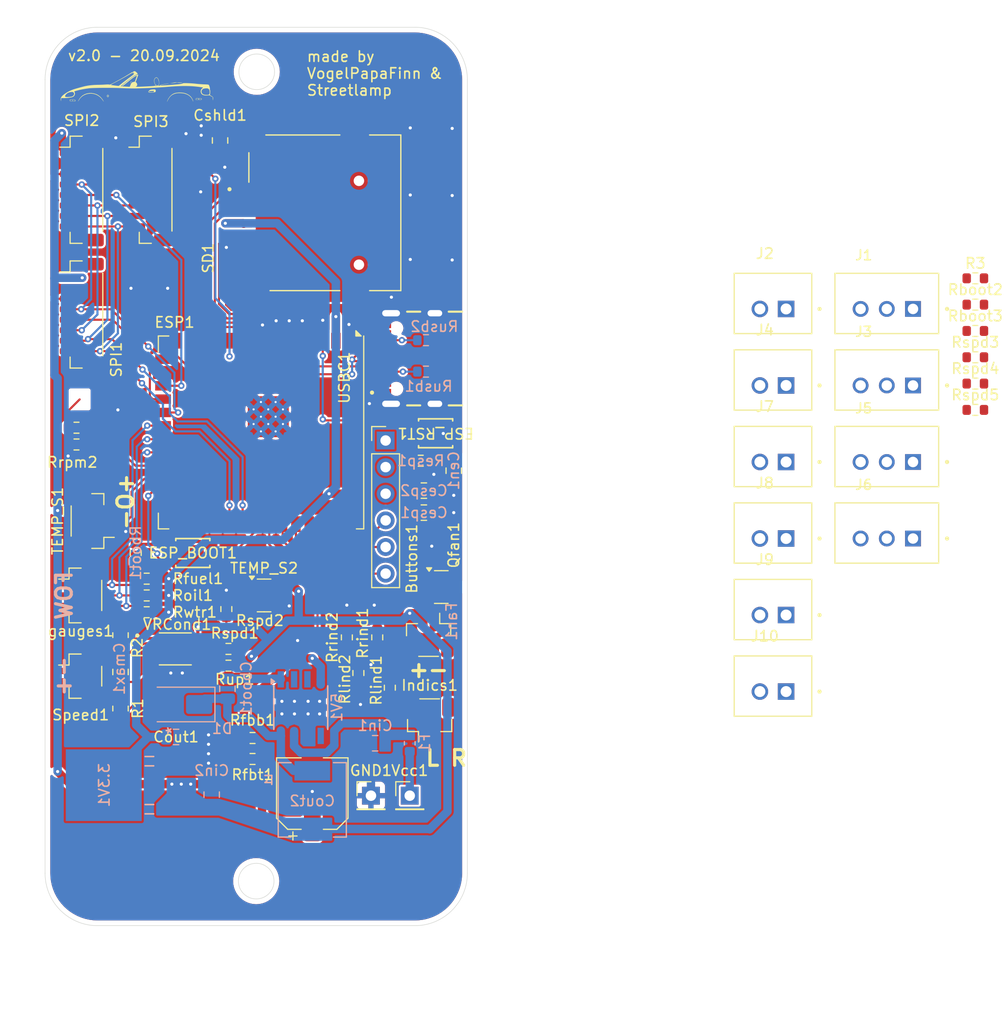
<source format=kicad_pcb>
(kicad_pcb (version 20240108) (generator "pcbnew") (generator_version "8.0")
  (layers (0 "F.Cu" signal) (1 "In1.Cu" signal) (2 "In2.Cu" signal) (31 "B.Cu" signal) (34 "B.Paste" user) (35 "F.Paste" user) (36 "B.SilkS" user "B.Silkscreen") (37 "F.SilkS" user "F.Silkscreen") (38 "B.Mask" user) (39 "F.Mask" user) (44 "Edge.Cuts" user))
  (net 0 "")
  (net 1 "Net-(5V1-PH)")
  (net 2 "GND")
  (net 3 "Net-(5V1-BOOT)")
  (net 4 "Net-(5V1-VSENSE)")
  (net 8 "+3.3V")
  (net 9 "Net-(VRCond1-IN-)")
  (net 10 "Net-(VRCond1-IN+)")
  (net 11 "Net-(Cshld1-Pad2)")
  (net 12 "Net-(VRCond1-COUT)")
  (net 13 "Fuel")
  (net 15 "VCC")
  (net 16 "+5V")
  (net 17 "Net-(5V1-VIN)")
  (net 18 "/enable")
  (net 19 "/cs2")
  (net 20 "Oil")
  (net 21 "WTemp")
  (net 22 "/temp_sense")
  (net 23 "/usb_d_neg")
  (net 24 "/l_indicator")
  (net 25 "/din")
  (net 26 "Net-(Speed1-Pin_2)")
  (net 27 "Net-(Speed1-Pin_1)")
  (net 28 "/sd_data0")
  (net 29 "/sd_data2")
  (net 30 "/dc")
  (net 34 "Net-(Vcc1-Pin_1)")
  (net 35 "Button1")
  (net 36 "Button2")
  (net 38 "/boot_mode")
  (net 39 "Button3")
  (net 40 "/usb_d_pos")
  (net 41 "TEMP2")
  (net 42 "TEMP1")
  (net 43 "/RPM_sense")
  (net 45 "Net-(Indics1-Pin_1)")
  (net 46 "Net-(Indics1-Pin_2)")
  (net 47 "Net-(Fan1-Pin_1)")
  (net 48 "Net-(USBC1-CC1)")
  (net 49 "Net-(USBC1-CC2)")
  (net 54 "Net-(ESP1-IO0)")
  (net 55 "/water_temp_sense")
  (net 56 "/cs3")
  (net 57 "/button2_sense")
  (net 58 "/sd_cmd")
  (net 59 "/blk")
  (net 60 "Net-(ESP1-IO45)")
  (net 61 "/cs1")
  (net 62 "/fan_control")
  (net 63 "/button3_sense")
  (net 64 "/fuel_sense")
  (net 65 "/sd_data1")
  (net 67 "/sd_clk")
  (net 68 "/r_indicator")
  (net 69 "/sd_data3")
  (net 70 "/speed_sense")
  (net 71 "/oil_sense")
  (net 72 "/button1_sense")
  (net 73 "/clk")
  (net 74 "/rst")
  (net 75 "Net-(ESP1-IO46)")
  (net 76 "Net-(J4-Pad1)")
  (net 77 "Net-(J4-Pad2)")
  (net 78 "Net-(J6-Pad1)")
  (net 79 "Net-(J6-Pad3)")
  (net 80 "Net-(J6-Pad2)")
  (net 81 "Net-(Qfan1-D)")
  (footprint "Connector_JST:JST_SH_BM02B-SRSS-TB_1x02-1MP_P1.00mm_Vertical" (layer "F.Cu") (at 147.8 110.4 -90)
    (property "Reference" "Speed1")
    (property "Value" "Conn_01x02_Pin")
  )
  (footprint "Resistor_SMD:R_0603_1608Metric" (layer "F.Cu") (at 147.4 88.3)
    (property "Reference" "Rrpm2")
    (property "Value" "10k")
  )
  (footprint "Hybrid_Dash:JST_B3B-XH-A" (layer "F.Cu") (at 224.725 82.145)
    (property "Reference" "J3")
    (property "Value" "B3B-XH-A")
  )
  (footprint "Capacitor_SMD:C_0805_2012Metric" (layer "F.Cu") (at 183.4 90.8 90)
    (property "Reference" "Cen1")
    (property "Value" "1uF")
  )
  (footprint "Resistor_SMD:R_0603_1608Metric" (layer "F.Cu") (at 233.175 79.98)
    (property "Reference" "Rspd3")
    (property "Value" "10k")
  )
  (footprint "Resistor_SMD:R_0603_1608Metric" (layer "F.Cu") (at 180.25 89.85)
    (property "Reference" "Resp1")
    (property "Value" "5.1k")
  )
  (footprint "Connector_JST:JST_SH_BM03B-SRSS-TB_1x03-1MP_P1.00mm_Vertical" (layer "F.Cu") (at 148.9 95.6 90)
    (property "Reference" "TEMP_S1")
    (property "Value" "Conn_01x03_Pin")
  )
  (footprint "Resistor_SMD:R_0603_1608Metric" (layer "F.Cu") (at 161.7 104 90)
    (property "Reference" "Rspd2")
    (property "Value" "20k")
  )
  (footprint "Hybrid_Dash:JST_B2B-XH-A" (layer "F.Cu") (at 213.865 104.045)
    (property "Reference" "J9")
    (property "Value" "B2B-XH-A")
  )
  (footprint "Connector_PinHeader_2.54mm:PinHeader_1x01_P2.54mm_Vertical" (layer "F.Cu") (at 179.2 121.8)
    (property "Reference" "Vcc1")
    (property "Value" "Conn_01x01_Pin")
  )
  (footprint "Connector_JST:JST_SH_BM03B-SRSS-TB_1x03-1MP_P1.00mm_Vertical" (layer "F.Cu") (at 147.8 102.7 -90)
    (property "Reference" "gauges1")
    (property "Value" "Conn_01x03_Pin")
  )
  (footprint "Capacitor_SMD:C_0805_2012Metric" (layer "F.Cu") (at 161.1 59.3 -90)
    (property "Reference" "Cshld1")
    (property "Value" "50nF")
  )
  (footprint "Resistor_SMD:R_0603_1608Metric" (layer "F.Cu") (at 233.175 74.96)
    (property "Reference" "Rboot2")
    (property "Value" "10k")
  )
  (footprint "Hybrid_Dash:small_button" (layer "F.Cu") (at 158.5 98.65)
    (property "Reference" "ESP_BOOT1")
    (property "Value" "SW_SPST")
  )
  (footprint "Hybrid_Dash:JST_B3B-XH-A" (layer "F.Cu") (at 224.725 89.445)
    (property "Reference" "J5")
    (property "Value" "B3B-XH-A")
  )
  (footprint "Resistor_SMD:R_0603_1608Metric" (layer "F.Cu") (at 176.1 106.7 90)
    (property "Reference" "Rrind1")
    (property "Value" "40k")
  )
  (footprint "Capacitor_SMD:C_0805_2012Metric" (layer "F.Cu") (at 180.55 94.8)
    (property "Reference" "Cesp1")
    (property "Value" "0.1uF")
  )
  (footprint "RF_Module:ESP32-S3-WROOM-1U" (layer "F.Cu") (at 165.01 87.15 -90)
    (property "Reference" "ESP1")
    (property "Value" "ESP32-S3-WROOM-1U")
  )
  (footprint "Resistor_SMD:R_0603_1608Metric" (layer "F.Cu") (at 177.3 111.5 90)
    (property "Reference" "Rlind1")
    (property "Value" "40k")
  )
  (footprint "Resistor_SMD:R_0805_2012Metric" (layer "F.Cu") (at 151.6 106.4875 90)
    (property "Reference" "R2")
    (property "Value" "10k")
  )
  (footprint "Resistor_SMD:R_0603_1608Metric" (layer "F.Cu") (at 154.1 104.3 180)
    (property "Reference" "Rwtr1")
    (property "Value" "100")
  )
  (footprint "Capacitor_SMD:CP_Elec_6.3x5.9" (layer "F.Cu") (at 169.9 121.6 90)
    (property "Reference" "Cout2")
    (property "Value" "220uF")
  )
  (footprint "Package_TO_SOT_SMD:SOT-23" (layer "F.Cu") (at 182.2125 101.9)
    (property "Reference" "Qfan1")
    (property "Value" "2N7002-HXY")
  )
  (footprint "Connector_JST:JST_SH_BM02B-SRSS-TB_1x02-1MP_P1.00mm_Vertical" (layer "F.Cu") (at 181.1 114.575)
    (property "Reference" "Indics1")
    (property "Value" "Conn_01x02_Pin")
  )
  (footprint "Capacitor_SMD:C_0805_2012Metric" (layer "F.Cu") (at 151.6 110 90)
    (property "Reference" "Cmax1")
    (property "Value" "1nF")
  )
  (footprint "Hybrid_Dash:JST_B2B-XH-A" (layer "F.Cu") (at 213.865 89.445)
    (property "Reference" "J7")
    (property "Value" "B2B-XH-A")
  )
  (footprint "Resistor_SMD:R_0603_1608Metric" (layer "F.Cu") (at 161.9 109.4)
    (property "Reference" "Rup1")
    (property "Value" "10k")
  )
  (footprint "Package_TO_SOT_SMD:SOT-23" (layer "F.Cu") (at 165.3 102.7)
    (property "Reference" "TEMP_S2")
    (property "Value" "MCP9700Ax-ETT")
  )
  (footprint "Images:mx5" (layer "F.Cu") (at 153.2 53.6)
    (property "Reference" "G***" (hide yes))
    (property "Value" "LOGO" (hide yes))
  )
  (footprint "Resistor_SMD:R_0603_1608Metric" (layer "F.Cu") (at 154.1 102.7 180)
    (property "Reference" "Roil1")
    (property "Value" "100")
  )
  (footprint "Hybrid_Dash:JST_B3B-XH-A" (layer "F.Cu") (at 224.725 74.845)
    (property "Reference" "J1")
    (property "Value" "B3B-XH-A")
  )
  (footprint "Resistor_SMD:R_0603_1608Metric" (layer "F.Cu") (at 154.1 101.1 180)
    (property "Reference" "Rfuel1")
    (property "Value" "100")
  )
  (footprint "Hybrid_Dash:GCT_USB4105-GF-A" (layer "F.Cu") (at 181.6 80.1 90)
    (property "Reference" "USBC1")
    (property "Value" "USB4105-GF-A")
  )
  (footprint "Hybrid_Dash:JST_B2B-XH-A" (layer "F.Cu") (at 213.865 111.345)
    (property "Reference" "J10")
    (property "Value" "B2B-XH-A")
  )
  (footprint "Hybrid_Dash:JST_B3B-XH-A" (layer "F.Cu") (at 224.725 96.745)
    (property "Reference" "J6")
    (property "Value" "B3B-XH-A")
  )
  (footprint "Connector_PinHeader_2.54mm:PinHeader_1x06_P2.54mm_Vertical" (layer "F.Cu") (at 176.9 87.92)
    (property "Reference" "Buttons1")
    (property "Value" "Conn_01x06_Pin")
  )
  (footprint "Resistor_SMD:R_0603_1608Metric" (layer "F.Cu") (at 161.9 107.8)
    (property "Reference" "Rspd1")
    (property "Value" "10k")
  )
  (footprint "Connector_JST:JST_SH_BM08B-SRSS-TB_1x08-1MP_P1.00mm_Vertical" (layer "F.Cu") (at 147.9 64 -90)
    (property "Reference" "SPI2")
    (property "Value" "Conn_01x08")
  )
  (footprint "Resistor_SMD:R_0805_2012Metric" (layer "F.Cu") (at 151.6 113.4875 -90)
    (property "Reference" "R1")
    (property "Value" "10k")
  )
  (footprint "Resistor_SMD:R_0603_1608Metric" (layer "F.Cu") (at 233.175 85)
    (property "Reference" "Rspd5")
    (property "Value" "10k")
  )
  (footprint "Capacitor_SMD:C_0805_2012Metric" (layer "F.Cu") (at 180.55 92.7)
    (property "Reference" "Cesp2")
    (property "Value" "22uF")
  )
  (footprint "Hybrid_Dash:small_button" (layer "F.Cu") (at 181.6709 87.2304 180)
    (property "Reference" "ESP_RST1")
    (property "Value" "SW_SPST")
  )
  (footprint "Resistor_SMD:R_0603_1608Metric" (layer "F.Cu") (at 174.3 110.1 90)
    (property "Reference" "Rlind2")
    (property "Value" "10k")
  )
  (footprint "Resistor_SMD:R_0603_1608Metric" (layer "F.Cu") (at 153.05 98.65 -90)
    (property "Reference" "Rboot1")
    (property "Value" "10k")
  )
  (footprint "Hybrid_Dash:JST_B2B-XH-A" (layer "F.Cu") (at 213.865 82.145)
    (property "Reference" "J4")
    (property "Value" "B2B-XH-A")
  )
  (footprint "Resistor_SMD:R_0603_1608Metric" (layer "F.Cu") (at 233.175 77.47)
    (property "Reference" "Rboot3")
    (property "Value" "10k")
  )
  (footprint "Connector_JST:JST_SH_BM08B-SRSS-TB_1x08-1MP_P1.00mm_Vertical" (layer "F.Cu") (at 147.9 75.9 -90)
    (property "Reference" "SPI1")
    (property "Value" "Conn_01x08")
  )
  (footprint "Hybrid_Dash:CUI_MSD-1-A" (layer "F.Cu") (at 171.1 66.2 90)
    (property "Reference" "SD1")
    (property "Value" "MSD-1-A")
  )
  (footprint "Resistor_SMD:R_0603_1608Metric" (layer "F.Cu") (at 164.2 118.3)
    (property "Reference" "Rfbt1")
    (property "Value" "10k")
  )
  (footprint "Hybrid_Dash:JST_B2B-XH-A" (layer "F.Cu") (at 213.865 96.745)
    (property "Reference" "J8")
    (property "Value" "B2B-XH-A")
  )
  (footprint "Connector_PinHeader_2.54mm:PinHeader_1x01_P2.54mm_Vertical" (layer "F.Cu") (at 175.5 121.8)
    (property "Reference" "GND1")
    (property "Value" "Conn_01x01_Pin")
  )
  (footprint "Hybrid_Dash:SOP50P490X110-10N" (layer "F.Cu") (at 156.83 107.8)
    (property "Reference" "VRCond1")
    (property "Value" "MAX9924UAUB_T")
  )
  (footprint "Connector_JST:JST_SH_BM02B-SRSS-TB_1x02-1MP_P1.00mm_Vertical" (layer "F.Cu") (at 181 106.5 180)
    (property "Reference" "Fan1")
    (property "Value" "Conn_01x02_Pin")
  )
  (footprint "Resistor_SMD:R_0603_1608Metric" (layer "F.Cu") (at 164.2 116.3)
    (property "Reference" "Rfbb1")
    (property "Value" "3.24k")
  )
  (footprint "Hybrid_Dash:JST_B2B-XH-A" (layer "F.Cu") (at 213.865 74.845)
    (property "Reference" "J2")
    (property "Value" "B2B-XH-A")
  )
  (footprint "Resistor_SMD:R_0603_1608Metric" (layer "F.Cu") (at 173.2 106.7 90)
    (property "Reference" "Rrind2")
    (property "Value" "10k")
  )
  (footprint "Connector_JST:JST_SH_BM08B-SRSS-TB_1x08-1MP_P1.00mm_Vertical" (layer "F.Cu") (at 154.5 64 -90)
    (property "Reference" "SPI3")
    (property "Value" "Conn_01x08")
  )
  (footprint "Resistor_SMD:R_0603_1608Metric" (layer "F.Cu") (at 233.175 72.45)
    (property "Reference" "R3")
    (property "Value" "4.7k")
  )
  (footprint "Resistor_SMD:R_0603_1608Metric" (layer "F.Cu") (at 233.175 82.49)
    (property "Reference" "Rspd4")
    (property "Value" "10k")
  )
  (footprint "Resistor_SMD:R_0603_1608Metric" (layer "F.Cu") (at 147.4 86.7 180)
    (property "Reference" "Rrpm1" (hide yes))
    (property "Value" "40k")
  )
  (footprint "Capacitor_SMD:C_0805_2012Metric" (layer "B.Cu") (at 156.9 116.2 180)
    (property "Reference" "Cout1")
    (property "Value" "10uF")
  )
  (footprint "Hybrid_Dash:DPAK-3_ONS-M" (layer "B.Cu") (at 150.0508 120.8 -90)
    (property "Reference" "3.3V1")
    (property "Value" "NCV33269DTRK3.3G")
  )
  (footprint "Capacitor_SMD:C_0805_2012Metric" (layer "B.Cu") (at 161.8 111.6 90)
    (property "Reference" "Cboot1")
    (property "Value" "10nF")
  )
  (footprint "Capacitor_SMD:C_0805_2012Metric" (layer "B.Cu") (at 175.9 116.8 180)
    (property "Reference" "Cin1")
    (property "Value" "22uF")
  )
  (footprint "Diode_SMD:D_SMA" (layer "B.Cu") (at 157.1 113.1 180)
    (property "Reference" "D1")
    (property "Value" "B340A")
  )
  (footprint "Capacitor_SMD:C_0805_2012Metric" (layer "B.Cu") (at 160.3 121.7 90)
    (property "Reference" "Cin2")
    (property "Value" "22uF")
  )
  (footprint "Fuse:Fuse_0603_1608Metric" (layer "B.Cu") (at 179.2 116.8 90)
    (property "Reference" "F1")
    (property "Value" "1.5A")
  )
  (footprint "Resistor_SMD:R_0603_1608Metric" (layer "B.Cu") (at 180.75 81.35)
    (property "Reference" "Rusb1")
    (property "Value" "5.1k")
  )
  (footprint "Hybrid_Dash:IND_SPM6530T-150M-HZ" (layer "B.Cu") (at 169.9 122.2 -90)
    (property "Reference" "L1")
    (property "Value" "SPM6530T 15uH")
  )
  (footprint "Resistor_SMD:R_0603_1608Metric" (layer "B.Cu") (at 180.75 78.35)
    (property "Reference" "Rusb2")
    (property "Value" "5.1k")
  )
  (footprint "Package_SO:TI_SO-PowerPAD-8_ThermalVias" (layer "B.Cu") (at 168.8 113.4 -90)
    (property "Reference" "5V1")
    (property "Value" "TPS5430DDA")
  )
  (gr_poly (pts (xy 177.4 103.3) (xy 178.3 102.6) (xy 182 102.6) (xy 182 103.1) (xy 178.8 103.1) (xy 177.6 104)) (stroke (width 0.2)) (fill solid) (layer "F.Cu") (net 2))
  (gr_poly (pts (xy 165.9 57.9) (xy 175.1 57.9) (xy 175.1 74.6) (xy 164.6 74.6) (xy 164.6 57.9)) (stroke (width 0.2)) (fill solid) (layer "F.Cu") (net 11))
  (gr_poly (pts (xy 180.15 91.95) (xy 180.15 95.55) (xy 179.05 95.55) (xy 179.05 93.95) (xy 177.45 93.95) (xy 177.45 91.95)) (stroke (width 0.2)) (fill solid) (layer "F.Cu") (net 8))
  (gr_poly (pts (xy 163.15 73.4) (xy 164.9 73.4) (xy 164.9 74.6) (xy 163.15 74.6)) (stroke (width 0.2)) (fill solid) (layer "F.Cu") (net 11))
  (gr_poly (pts (xy 160.4 59.7) (xy 163.6 59.7) (xy 163.6 58.5) (xy 164.5 58.5) (xy 164.5 60.8) (xy 160.4 60.8)) (stroke (width 0.2)) (fill solid) (layer "F.Cu") (net 11))
  (gr_poly (pts (xy 175.95 86.95) (xy 177.85 86.95) (xy 177.85 93.95) (xy 175.95 93.95)) (stroke (width 0.2)) (fill solid) (layer "F.Cu") (net 8))
  (gr_poly (pts (xy 164.6 113.5) (xy 164.6 116.8) (xy 165.5 116.8) (xy 165.5 114.6) (xy 166.6 114.6) (xy 166.6 113.5)) (stroke (width 0.2)) (fill solid) (layer "F.Cu") (net 2))
  (gr_poly (pts (xy 172.85 103.3) (xy 177.6 103.3) (xy 177.6 104) (xy 172.85 104)) (stroke (width 0.2)) (fill solid) (layer "F.Cu") (net 2))
  (gr_poly (pts (xy 159 57.6) (xy 159 59.1) (xy 161.8 59.1) (xy 161.8 57.6)) (stroke (width 0.2)) (fill solid) (layer "F.Cu") (net 2))
  (gr_poly (pts (xy 155.9 106.7) (xy 155.9 110.5) (xy 157.9 110.5) (xy 157.9 106.7)) (stroke (width 0.2)) (fill solid) (layer "F.Cu") (net 2))
  (gr_poly (pts (xy 169.1 116.9) (xy 169.7 116.9) (xy 169.7 114.9) (xy 171.1 114.9) (xy 171.1 111.9) (xy 166.5 111.9) (xy 166.5 114.9) (xy 169.1 114.9)) (stroke (width 0.2)) (fill solid) (layer "B.Cu") (net 2))
  (gr_poly (pts (xy 155.1 122.6) (xy 156.1 121.6) (xy 158.7 121.6) (xy 159.7 122.2) (xy 161 122.2) (xy 167.4 124) (xy 171.7 124) (xy 171.7 126) (xy 168.1 126) (xy 161 123.6) (xy 159.7 123.6) (xy 157.9 123.6) (xy 155.1 123.6)) (stroke (width 0.2)) (fill solid) (layer "B.Cu") (net 16))
  (gr_poly (pts (xy 176.4 117.5) (xy 176.4 115.6) (xy 178.8 115.6) (xy 179.6 115.6) (xy 179.6 116.4) (xy 177.3 116.4) (xy 177.3 117.5)) (stroke (width 0.2)) (fill solid) (layer "B.Cu") (net 17))
  (gr_poly (pts (xy 156.1 121.6) (xy 156.1 120.2) (xy 158.7 120.2) (xy 158.7 121.6)) (stroke (width 0.2)) (fill solid) (layer "B.Cu") (net 16))
  (gr_line (start 179.7 134.2) (end 149.4 134.2) (stroke (width 0.05)) (layer "Edge.Cuts"))
  (gr_circle (center 164.55 129.95) (end 166.25 129.95) (stroke (width 0.05)) (fill none) (layer "Edge.Cuts"))
  (gr_line (start 184.7 53.5) (end 184.7 129.2) (stroke (width 0.05)) (layer "Edge.Cuts"))
  (gr_arc (start 184.7 129.2) (mid 183.235534 132.735534) (end 179.7 134.2) (stroke (width 0.05)) (layer "Edge.Cuts"))
  (gr_line (start 144.4 129.2) (end 144.4 53.5) (stroke (width 0.05)) (layer "Edge.Cuts"))
  (gr_arc (start 149.4 134.2) (mid 145.864466 132.735534) (end 144.4 129.2) (stroke (width 0.05)) (layer "Edge.Cuts"))
  (gr_line (start 149.4 48.5) (end 179.7 48.5) (stroke (width 0.05)) (layer "Edge.Cuts"))
  (gr_arc (start 179.7 48.5) (mid 183.235534 49.964466) (end 184.7 53.5) (stroke (width 0.05)) (layer "Edge.Cuts"))
  (gr_arc (start 144.4 53.5) (mid 145.864466 49.964466) (end 149.4 48.5) (stroke (width 0.05)) (layer "Edge.Cuts"))
  (gr_circle (center 164.6 52.75) (end 166.3 52.75) (stroke (width 0.05)) (fill none) (layer "Edge.Cuts"))
  (gr_text "FOW" (at 147.1 102.7 90) (layer "B.SilkS") (effects (font (size 1.5 1.5) (thickness 0.3) (bold yes)) (justify bottom mirror)))
  (gr_text "-+" (at 147 110.4 90) (layer "B.SilkS") (effects (font (size 1.5 1.5) (thickness 0.3) (bold yes)) (justify bottom mirror)))
  (gr_text "made by\nVogelPapaFinn & \nStreetlamp" (at 169.3 55.1 0) (layer "F.SilkS") (effects (font (size 1 1)) (justify left bottom)))
  (gr_text "-+" (at 181 109.1 180) (layer "F.SilkS") (effects (font (size 1.5 1.5) (thickness 0.3) (bold yes)) (justify bottom)))
  (gr_text "-O+" (at 152.95 93.75 90) (layer "F.SilkS") (effects (font (size 1.5 1.5) (thickness 0.3) (bold yes)) (justify bottom)))
  (gr_text "v2.0 - 20.09.2024" (at 146.5 51.8 0) (layer "F.SilkS") (effects (font (size 1 1)) (justify left bottom)))
  (gr_text "L R" (at 182.7 119.1 0) (layer "F.SilkS") (effects (font (size 1.5 1.5) (thickness 0.3) (bold yes)) (justify bottom)))
  (segment (start 161.8 114.125) (end 162.075 114.4) (width 0.8) (layer "B.Cu") (net 1))
  (segment (start 165.7 116.1) (end 166.895 116.1) (width 0.8) (layer "B.Cu") (net 1))
  (segment (start 168.125 119.425) (end 166.9 118.2) (width 0.8) (layer "B.Cu") (net 1))
  (segment (start 166.9 116.095) (end 166.9 115.6) (width 0.8) (layer "B.Cu") (net 1))
  (segment (start 164 114.4) (end 165.7 116.1) (width 0.8) (layer "B.Cu") (net 1))
  (segment (start 166.895 116.1) (end 166.9 116.095) (width 0.8) (layer "B.Cu") (net 1))
  (segment (start 162.075 114.4) (end 164 114.4) (width 0.8) (layer "B.Cu") (net 1))
  (segment (start 169.9 119.425) (end 168.125 119.425) (width 0.8) (layer "B.Cu") (net 1))
  (segment (start 159.65 112.55) (end 161.8 112.55) (width 0.8) (layer "B.Cu") (net 1))
  (segment (start 161.8 112.55) (end 161.8 114.125) (width 0.8) (layer "B.Cu") (net 1))
  (segment (start 159.1 113.1) (end 159.65 112.55) (width 0.8) (layer "B.Cu") (net 1))
  (segment (start 166.9 118.2) (end 166.9 116.105) (width 0.8) (layer "B.Cu") (net 1))
  (segment (start 156.9 108.3) (end 156.9 108.8) (width 0.3) (layer "F.Cu") (net 2))
  (segment (start 170.4 102.45) (end 165.8 97.85) (width 0.2) (layer "F.Cu") (net 2))
  (segment (start 166.2375 102.7) (end 166.7 102.7) (width 0.8) (layer "F.Cu") (net 2))
  (segment (start 170.4 107.3) (end 170.4 102.45) (width 0.2) (layer "F.Cu") (net 2))
  (segment (start 177.05 110.925) (end 174.3 110.925) (width 0.2) (layer "F.Cu") (net 2))
  (segment (start 153.175 61.5) (end 156.6 61.5) (width 0.3) (layer "F.Cu") (net 2))
  (segment (start 163.35 69.45) (end 163.3 69.5) (width 0.4) (layer "F.Cu") (net 2))
  (segment (start 154.68 108.3) (end 156.9 108.3) (width 0.3) (layer "F.Cu") (net 2))
  (segment (start 174.025 110.925) (end 170.4 107.3) (width 0.2) (layer "F.Cu") (net 2))
  (segment (start 146.575 88.3) (end 146.575 89.375) (width 0.2) (layer "F.Cu") (net 2))
  (segment (start 157.4 107.3) (end 156.9 107.8) (width 0.3) (layer "F.Cu") (net 2))
  (segment (start 173.2 103.627755) (end 173.195789 103.623544) (width 0.4) (layer "F.Cu") (net 2))
  (segment (start 150.225 96.6) (end 149.7 96.6) (width 0.8) (layer "F.Cu") (net 2))
  (segment (start 166.2375 102.7) (end 165.7 102.7) (width 0.8) (layer "F.Cu") (net 2))
  (segment (start 146.575 61.5) (end 153.175 61.5) (width 0.3) (layer "F.Cu") (net 2))
  (segment (start 146.575 89.375) (end 146.6 89.4) (width 0.2) (layer "F.Cu") (net 2))
  (segment (start 161.7 103.175) (end 161.7 102.2) (width 0.2) (layer "F.Cu") (net 2))
  (segment (start 173.2 105.875) (end 173.2 103.627755) (width 0.4) (layer "F.Cu") (net 2))
  (segment (start 150.225 96.6) (end 152.1 96.6) (width 0.8) (layer "F.Cu") (net 2))
  (segment (start 156.9 107.8) (end 156.9 108.3) (width 0.3) (layer "F.Cu") (net 2))
  (segment (start 158.98 108.8) (end 156.9 108.8) (width 0.3) (layer "F.Cu") (net 2))
  (segment (start 165.8 97.85) (end 165.8 95.9) (width 0.2) (layer "F.Cu") (net 2))
  (segment (start 174.075 110.7) (end 174.3 110.925) (width 0.2) (layer "F.Cu") (net 2))
  (segment (start 158.98 107.3) (end 157.4 107.3) (width 0.3) (layer "F.Cu") (net 2))
  (segment (start 173.42 78.4) (end 173.42 76.87) (width 0.8) (layer "F.Cu") (net 2))
  (segment (start 181.95 93.15) (end 183.4 93.15) (width 0.8) (layer "F.Cu") (net 2))
  (segment (start 163.3 69.5) (end 161.7 69.5) (width 0.4) (layer "F.Cu") (net 2))
  (segment (start 177.3 110.675) (end 177.05 110.925) (width 0.2) (layer "F.Cu") (net 2))
  (segment (start 169.9 118.8) (end 169.9 121.4) (width 0.8) (layer "F.Cu") (net 2))
  (segment (start 173.42 76.87) (end 173.4 76.85) (width 0.8) (layer "F.Cu") (net 2))
  (segment (start 156.9 108.8) (end 154.68 108.8) (width 0.3) (layer "F.Cu") (net 2))
  (segment (start 181.5 92.7) (end 181.95 93.15) (width 0.8) (layer "F.Cu") (net 2))
  (segment (start 166.7 102.7) (end 167.7 103.7) (width 0.8) (layer "F.Cu") (net 2))
  (segment (start 183.4 93.15) (end 183.4 94.8) (width 0.8) (layer "F.Cu") (net 2))
  (segment (start 146.575 73.4) (end 152.6 73.4) (width 0.3) (layer "F.Cu") (net 2))
  (segment (start 174.3 110.925) (end 174.025 110.925) (width 0.2) (layer "F.Cu") (net 2))
  (segment (start 181.5 94.8) (end 183.4 94.8) (width 0.8) (layer "F.Cu") (net 2))
  (segment (start 156.6 61.5) (end 159.3 58.8) (width 0.3) (layer "F.Cu") (net 2))
  (segment (start 183.4 91.75) (end 183.4 93.15) (width 0.8) (layer "F.Cu") (net 2))
  (via (at 160 117.8) (size 0.6) (drill 0.3) (layers "F.Cu" "B.Cu") (net 2))
  (via (at 181.5 91.15) (size 0.6) (drill 0.3) (layers "F.Cu" "B.Cu") (net 2))
  (via (at 179.25 64.5) (size 0.6) (drill 0.3) (layers "F.Cu" "B.Cu") (net 2))
  (via (at 183.25 58.15) (size 0.6) (drill 0.3) (layers "F.Cu" "B.Cu") (net 2))
  (via (at 159.3 57.9) (size 0.6) (drill 0.3) (layers "F.Cu" "B.Cu") (net 2))
  (via (at 168.5 107) (size 0.6) (drill 0.3) (layers "F.Cu" "B.Cu") (net 2))
  (via (at 175.35 84.4) (size 0.6) (drill 0.3) (layers "F.Cu" "B.Cu") (net 2))
  (via (at 161.7 102.2) (size 0.6) (drill 0.3) (layers "F.Cu" "B.Cu") (net 2))
  (via (at 183.4 93.15) (size 0.6) (drill 0.3) (layers "F.Cu" "B.Cu") (net 2))
  (via (at 170.9 76.45) (size 0.6) (drill 0.3) (layers "F.Cu" "B.Cu") (net 2))
  (via (at 167.7 76.5) (size 0.6) (drill 0.3) (layers "F.Cu" "B.Cu") (net 2))
  (via (at 152.6 73.4) (size 0.6) (drill 0.3) (layers "F.Cu" "B.Cu") (net 2))
  (via (at 151.15 59.05) (size 0.6) (drill 0.3) (layers "F.Cu" "B.Cu") (net 2))
  (via (at 167.7 103.7) (size 0.6) (drill 0.3) (layers "F.Cu" "B.Cu") (net 2))
  (via (at 161.7 69.5) (size 0.6) (drill 0.3) (layers "F.Cu" "B.Cu") (net 2))
  (via (at 166.45 76.5) (size 0.6) (drill 0.3) (layers "F.Cu" "B.Cu") (net 2))
  (via (at 182.4 87.25) (size 0.6) (drill 0.3) (layers "F.Cu" "B.Cu") (net 2))
  (via (at 159.25 64.2) (size 0.6) (drill 0.3) (layers "F.Cu" "B.Cu") (net 2))
  (via (at 183.25 70.7) (size 0.6) (drill 0.3) (layers "F.Cu" "B.Cu") (net 2))
  (via (at 151.35 85) (size 0.6) (drill 0.3) (layers "F.Cu" "B.Cu") (net 2))
  (via (at 179.25 58.1) (size 0.6) (drill 0.3) (layers "F.Cu" "B.Cu") (net 2))
  (via (at 183.4 94.8) (size 0.6) (drill 0.3) (layers "F.Cu" "B.Cu") (net 2))
  (via (at 173.195789 103.623544) (size 0.6) (drill 0.3) (layers "F.Cu" "B.Cu") (net 2))
  (via (at 160 116.9) (size 0.6) (drill 0.3) (layers "F.Cu" "B.Cu") (net 2))
  (via (at 174.5 113.1) (size 0.6) (drill 0.3) (layers "F.Cu" "B.Cu") (net 2))
  (via (at 169.9 121.4) (size 0.6) (drill 0.3) (layers "F.Cu" "B.Cu") (net 2))
  (via (at 177.45 74.25) (size 0.6) (drill 0.3) (layers "F.Cu" "B.Cu") (net 2))
  (via (at 173.4 76.85) (size 0.6) (drill 0.3) (layers "F.Cu" "B.Cu") (net 2))
  (via (at 157.5 110.1) (size 0.6) (drill 0.3) (layers "F.Cu" "B.Cu") (net 2))
  (via (at 165.15 76.9) (size 0.6) (drill 0.3) (layers "F.Cu" "B.Cu") (net 2))
  (via (at 160 116) (size 0.6) (drill 0.3) (layers "F.Cu" "B.Cu") (net 2))
  (via (at 181.3 98) (size 0.6) (drill 0.3) (layers "F.Cu" "B.Cu") (net 2))
  (via (at 179.25 70.65) (size 0.6) (drill 0.3) (layers "F.Cu" "B.Cu") (net 2))
  (via (at 183.25 64.55) (size 0.6) (drill 0.3) (layers "F.Cu" "B.Cu") (net 2))
  (via (at 146.6 89.4) (size 0.6) (drill 0.3) (layers "F.Cu" "B.Cu") (net 2))
  (via (at 175.815613 103.623544) (size 0.6) (drill 0.3) (layers "F.Cu" "B.Cu") (net 2))
  (via (at 161.55 61.85) (size 0.6) (drill 0.3) (layers "F.Cu" "B.Cu") (net 2))
  (via (at 156.4 110.1) (size 0.6) (drill 0.3) (layers "F.Cu" "B.Cu") (net 2))
  (via (at 156.1 73.4) (size 0.6) (drill 0.3) (layers "F.Cu" "B.Cu") (net 2))
  (via (at 160 118.7) (size 0.6) (drill 0.3) (layers "F.Cu" "B.Cu") (net 2))
  (via (at 159.3 58.8) (size 0.6) (drill 0.3) (layers "F.Cu" "B.Cu") (net 2))
  (via (at 168.95 76.5) (size 0.6) (drill 0.3) (layers "F.Cu" "B.Cu") (net 2))
  (via (at 157.85 58.65) (size 0.6) (drill 0.3) (layers "F.Cu" "B.Cu") (net 2))
  (via (at 152.1 96.6) (size 0.6) (drill 0.3) (layers "F.Cu" "B.Cu") (net 2))
  (segment (start 175.5 121.8) (end 175.5 117.35) (width 0.8) (layer "B.Cu") (net 2))
  (segment (start 155.1 111.4) (end 156.4 110.1) (width 0.8) (layer "B.Cu") (net 2))
  (segment (start 170.6 112.8) (end 167 112.8) (width 0.8) (layer "B.Cu") (net 2))
  (segment (start 175.5 117.35) (end 174.95 116.8) (width 0.8) (layer "B.Cu") (net 2))
  (segment (start 155.1 113.1) (end 155.1 111.4) (width 0.8) (layer "B.Cu") (net 2))
  (segment (start 157.5 110.1) (end 156.4 110.1) (width 0.8) (layer "B.Cu") (net 2))
  (segment (start 167 114) (end 170.6 114) (width 0.8) (layer "B.Cu") (net 2))
  (segment (start 161.8 110.65) (end 166.845 110.65) (width 0.8) (layer "B.Cu") (net 3))
  (segment (start 166.845 110.65) (end 166.895 110.7) (width 0.8) (layer "B.Cu") (net 3))
  (segment (start 168 108.7) (end 169.9 108.7) (width 0.8) (layer "F.Cu") (net 4))
  (segment (start 163.375 118.3) (end 163.375 116.3) (width 0.8) (layer "F.Cu") (net 4))
  (segment (start 163.375 113.325) (end 168 108.7) (width 0.8) (layer "F.Cu") (net 4))
  (segment (start 163.375 116.3) (end 163.375 113.325) (width 0.8) (layer "F.Cu") (net 4))
  (via (at 169.9 108.7) (size 0.6) (drill 0.3) (layers "F.Cu" "B.Cu") (net 4))
  (segment (start 169.9 108.7) (end 170.705 109.505) (width 0.8) (layer "B.Cu") (net 4))
  (segment (start 170.705 109.505) (end 170.705 110.7) (width 0.8) (layer "B.Cu") (net 4))
  (segment (start 170.705 111.195) (end 170.7 111.2) (width 0.8) (layer "B.Cu") (net 4))
  (segment (start 170.705 110.7) (end 170.705 111.195) (width 0.8) (layer "B.Cu") (net 4))
  (segment (start 154.925 102.7) (end 156.2 102.7) (width 0.8) (layer "F.Cu") (net 8))
  (segment (start 154.925 104.3) (end 154.925 104.075) (width 0.8) (layer "F.Cu") (net 8))
  (segment (start 163.35 67.25) (end 163.3 67.2) (width 0.8) (layer "F.Cu") (net 8))
  (segment (start 154.925 101.1) (end 156.2 101.1) (width 0.8) (layer "F.Cu") (net 8))
  (segment (start 153.05 99.475) (end 154.575 99.475) (width 0.8) (layer "F.Cu") (net 8))
  (segment (start 179.425 89.85) (end 177.51 89.85) (width 0.8) (layer "F.Cu") (net 8))
  (segment (start 156.2 104.3) (end 154.925 104.3) (width 0.8) (layer "F.Cu") (net 8))
  (segment (start 154.575 99.475) (end 156.2 101.1) (width 0.8) (layer "F.Cu") (net 8))
  (segment (start 172.15 76.1) (end 172.15 78.4) (width 0.8) (layer "F.Cu") (net 8))
  (segment (start 163.3 67.2) (end 161.6 67.2) (width 0.8) (layer "F.Cu") (net 8))
  (segment (start 177.51 89.85) (end 176.9 90.46) (width 0.8) (layer "F.Cu") (net 8))
  (segment (start 176.9 93) (end 171.5 93) (width 0.8) (layer "F.Cu") (net 8))
  (via (at 172.15 76.1) (size 0.6) (drill 0.3) (layers "F.Cu" "B.Cu") (net 8))
  (via (at 156.2 104.3) (size 0.6) (drill 0.3) (layers "F.Cu" "B.Cu") (net 8))
  (via (at 154.15 87.8) (size 0.6) (drill 0.3) (layers "F.Cu" "B.Cu") (net 8))
  (via (at 154.15 86.5) (size 0.6) (drill 0.3) (layers "F.Cu" "B.Cu") (net 8))
  (via (at 154.15 89.05) (size 0.6) (drill 0.3) (layers "F.Cu" "B.Cu") (net 8))
  (via (at 161.6 67.2) (size 0.6) (drill 0.3) (layers "F.Cu" "B.Cu") (net 8))
  (via (at 171.5 93) (size 0.6) (drill 0.3) (layers "F.Cu" "B.Cu") (net 8))
  (via (at 150.8 101.7) (size 0.6) (drill 0.3) (layers "F.Cu" "B.Cu") (net 8))
  (via (at 156.2 101.1) (size 0.6) (drill 0.3) (layers "F.Cu" "B.Cu") (net 8))
  (via (at 152.15 103.7) (size 0.6) (drill 0.3) (layers "F.Cu" "B.Cu") (net 8))
  (via (at 156.2 102.7) (size 0.6) (drill 0.3) (layers "F.Cu" "B.Cu") (net 8))
  (via (at 151.5 102.7) (size 0.6) (drill 0.3) (layers "F.Cu" "B.Cu") (net 8))
  (segment (start 156.2 102.7) (end 156.2 101.1) (width 0.8) (layer "B.Cu") (net 8))
  (segment (start 155.95 116.2) (end 154.25 116.2) (width 0.8) (layer "B.Cu") (net 8))
  (segment (start 167.1 97.4) (end 171.5 93) (width 0.8) (layer "B.Cu") (net 8))
  (segment (start 172.15 76.1) (end 172.15 72.8) (width 0.8) (layer "B.Cu") (net 8))
  (segment (start 159.9 97.4) (end 167.1 97.4) (width 0.8) (layer "B.Cu") (net 8))
  (segment (start 156.2 101.1) (end 159.9 97.4) (width 0.8) (layer "B.Cu") (net 8))
  (segment (start 153.1 107.4) (end 156.2 104.3) (width 0.8) (layer "B.Cu") (net 8))
  (segment (start 172.15 76.1) (end 172.15 92.35) (width 0.8) (layer "B.Cu") (net 8))
  (segment (start 172.15 92.35) (end 171.5 93) (width 0.8) (layer "B.Cu") (net 8))
  (segment (start 156.2 104.3) (end 156.2 102.7) (width 0.8) (layer "B.Cu") (net 8))
  (segment (start 172.15 72.8) (end 166.55 67.2) (width 0.8) (layer "B.Cu") (net 8))
  (segment (start 154.25 116.2) (end 153.1 115.05) (width 0.8) (layer "B.Cu") (net 8))
  (segment (start 153.1 115.05) (end 153.1 107.4) (width 0.8) (layer "B.Cu") (net 8))
  (segment (start 166.55 67.2) (end 161.6 67.2) (width 0.8) (layer "B.Cu") (net 8))
  (segment (start 150 120.8) (end 150 120.45) (width 0.8) (layer "B.Cu") (net 8))
  (segment (start 150 120.45) (end 154.25 116.2) (width 0.8) (layer "B.Cu") (net 8))
  (segment (start 152.85 110.95) (end 153.6 110.2) (width 0.2) (layer "F.Cu") (net 9))
  (segment (start 153.8 107.3) (end 154.68 107.3) (width 0.2) (layer "F.Cu") (net 9))
  (segment (start 152.85 113.15) (end 152.85 110.95) (width 0.2) (layer "F.Cu") (net 9))
  (segment (start 151.6 110.95) (end 152.85 110.95) (width 0.2) (layer "F.Cu") (net 9))
  (segment (start 153.6 107.5) (end 153.8 107.3) (width 0.2) (layer "F.Cu") (net 9))
  (segment (start 153.6 110.2) (end 153.6 107.5) (width 0.2) (layer "F.Cu") (net 9))
  (segment (start 151.6 114.4) (end 152.85 113.15) (width 0.2) (layer "F.Cu") (net 9))
  (segment (start 152.85 107.8) (end 152.85 107.4) (width 0.2) (layer "F.Cu") (net 10))
  (segment (start 152.825 106.8) (end 151.6 105.575) (width 0.2) (layer "F.Cu") (net 10))
  (segment (start 151.6 109.05) (end 152.85 107.8) (width 0.2) (layer "F.Cu") (net 10))
  (segment (start 154.68 106.8) (end 153.45 106.8) (width 0.2) (layer "F.Cu") (net 10))
  (segment (start 153.45 106.8) (end 152.85 107.4) (width 0.2) (layer "F.Cu") (net 10))
  (segment (start 153.45 106.8) (end 152.825 106.8) (width 0.2) (layer "F.Cu") (net 10))
  (segment (start 160.575 108.3) (end 158.98 108.3) (width 0.2) (layer "F.Cu") (net 12))
  (segment (start 161.075 107.8) (end 160.575 108.3) (width 0.2) (layer "F.Cu") (net 12))
  (segment (start 161.075 109.4) (end 161.075 107.8) (width 0.2) (layer "F.Cu") (net 12))
  (segment (start 155.645 86.5) (end 155.66 86.515) (width 0.2) (layer "F.Cu") (net 13))
  (segment (start 153.275 101.1) (end 153.55 100.825) (width 0.2) (layer "F.Cu") (net 13))
  (segment (start 146.475 101.7) (end 152.675 101.7) (width 0.2) (layer "F.Cu") (net 13))
  (segment (start 154.15 86.5) (end 155.645 86.5) (width 0.2) (layer "F.Cu") (net 13))
  (segment (start 152.675 101.7) (end 153.275 101.1) (width 0.2) (layer "F.Cu") (net 13))
  (segment (start 150.8 99.2) (end 152.75 97.25) (width 0.2) (layer "B.Cu") (net 13))
  (segment (start 152.75 87.9) (end 152.75 88.3) (width 0.2) (layer "B.Cu") (net 13))
  (segment (start 154.15 86.5) (end 152.75 87.9) (width 0.2) (layer "B.Cu") (net 13))
  (segment (start 150.8 101.7) (end 150.8 99.2) (width 0.2) (layer "B.Cu") (net 13))
  (segment (start 152.75 97.25) (end 152.75 88.3) (width 0.2) (layer "B.Cu") (net 13))
  (segment (start 164.3625 101.75) (end 164.95 101.75) (width 0.8) (layer "F.Cu") (net 16))
  (segment (start 146.575 60.5) (end 153.175 60.5) (width 0.8) (layer "F.Cu") (net 16))
  (segment (start 146.575 72.4) (end 146 72.4) (width 0.8) (layer "F.Cu") (net 16))
  (segment (start 169.9 124.4) (end 165.9 124.4) (width 0.8) (layer "F.Cu") (net 16))
  (segment (start 158.3 120.7) (end 157.4 120.7) (width 0.8) (layer "F.Cu") (net 16))
  (segment (start 156.5 120.7) (end 146.8 120.7) (width 0.8) (layer "F.Cu") (net 16))
  (segment (start 146.575 72.4) (end 147.95 72.4) (width 0.8) (layer "F.Cu") (net 16))
  (segment (start 158.98 106.8) (end 158.98 105.72) (width 0.3) (layer "F.Cu") (net 16))
  (segment (start 163.2 109.4) (end 164.1 108.5) (width 0.8) (layer "F.Cu") (net 16))
  (segment (start 164.7 120.7) (end 158.3 120.7) (width 0.8) (layer "F.Cu") (net 16))
  (segment (start 158.98 106.8) (end 158.4 106.8) (width 0.3) (layer "F.Cu") (net 16))
  (segment (start 165.9 124.4) (end 165.1 123.6) (width 0.8) (layer "F.Cu") (net 16))
  (segment (start 165.7 101) (end 167.3 101) (width 0.8) (layer "F.Cu") (net 16))
  (segment (start 165.1 123.6) (end 165.1 118.375) (width 0.8) (layer "F.Cu") (net 16))
  (segment (start 167.3 101) (end 168.6 102.3) (width 0.8) (layer "F.Cu") (net 16))
  (segment (start 145.6 94.6) (end 150.225 94.6) (width 0.8) (layer "F.Cu") (net 16))
  (segment (start 164.95 101.75) (end 165.7 101) (width 0.8) (layer "F.Cu") (net 16))
  (segment (start 165.1 118.375) (end 165.025 118.3) (width 0.8) (layer "F.Cu") (net 16))
  (segment (start 146.8 120.7) (end 145.6 119.5) (width 0.8) (layer "F.Cu") (net 16))
  (segment (start 150.225 94.6) (end 150.85 94.6) (width 0.8) (layer "F.Cu") (net 16))
  (segment (start 156.5 120.7) (end 157.4 120.7) (width 0.8) (layer "F.Cu") (net 16))
  (segment (start 165.025 120.375) (end 164.7 120.7) (width 0.8) (layer "F.Cu") (net 16))
  (segment (start 146 59.925) (end 146.575 60.5) (width 0.8) (layer "F.Cu") (net 16))
  (segment (start 146 58.6) (end 146 59.925) (width 0.8) (layer "F.Cu") (net 16))
  (segment (start 180.5 105.175) (end 180.5 104.4) (width 0.8) (layer "F.Cu") (net 16))
  (segment (start 180.5 104.4) (end 179.2 104.4) (width 0.8) (layer "F.Cu") (net 16))
  (segment (start 158.98 106.8) (end 159.6 106.8) (width 0.3) (layer "F.Cu") (net 16))
  (segment (start 165.025 118.3) (end 165.025 120.375) (width 0.8) (layer "F.Cu") (net 16))
  (segment (start 180.5 105.175) (end 180.5 105.7) (width 0.8) (layer "F.Cu") (net 16))
  (segment (start 158.98 105.72) (end 159 105.7) (width 0.3) (layer "F.Cu") (net 16))
  (segment (start 164.3625 101.75) (end 163.85 101.75) (width 0.8) (layer "F.Cu") (net 16))
  (segment (start 162.725 109.4) (end 163.2 109.4) (width 0.8) (layer "F.Cu") (net 16))
  (via (at 157.4 120.7) (size 0.6) (drill 0.3) (layers "F.Cu" "B.Cu") (net 16))
  (via (at 156.5 120.7) (size 0.6) (drill 0.3) (layers "F.Cu" "B.Cu") (net 16))
  (via (at 168.6 102.3) (size 0.6) (drill 0.3) (layers "F.Cu" "B.Cu") (net 16))
  (via (at 164.1 108.5) (size 0.6) (drill 0.3) (layers "F.Cu" "B.Cu") (net 16))
  (via (at 146 58.6) (size 0.6) (drill 0.3) (layers "F.Cu" "B.Cu") (net 16))
  (via (at 158.3 120.7) (size 0.6) (drill 0.3) (layers "F.Cu" "B.Cu") (net 16))
  (via (at 159 105.7) (size 0.6) (drill 0.3) (layers "F.Cu" "B.Cu") (net 16))
  (via (at 179.2 104.4) (size 0.6) (drill 0.3) (layers "F.Cu" "B.Cu") (net 16))
  (via (at 147.95 72.4) (size 0.6) (drill 0.3) (layers "F.Cu" "B.Cu") (net 16))
  (via (at 145.6 119.5) (size 0.6) (drill 0.3) (layers "F.Cu" "B.Cu") (net 16))
  (via (at 145.6 94.6) (size 0.6) (drill 0.3) (layers "F.Cu" "B.Cu") (net 16))
  (segment (start 165.65 106.95) (end 164.1 108.5) (width 0.8) (layer "B.Cu") (net 16))
  (segment (start 179.2 104.4) (end 178.5 105.1) (width 0.8) (layer "B.Cu") (net 16))
  (segment (start 178.5 105.1) (end 168.6 105.1) (width 0.8) (layer "B.Cu") (net 16))
  (segment (start 146 58.6) (end 145.3 59.3) (width 0.8) (layer "B.Cu") (net 16))
  (segment (start 145.3 59.3) (end 145.3 72.45) (width 0.8) (layer "B.Cu") (net 16))
  (segment (start 159 105.7) (end 164.4 105.7) (width 0.8) (layer "B.Cu") (net 16))
  (segment (start 145.35 72.4) (end 145.3 72.45) (width 0.8) (layer "B.Cu") (net 16))
  (segment (start 168.6 102.3) (end 168.6 105.1) (width 0.8) (layer "B.Cu") (net 16))
  (segment (start 168.6 105.1) (end 167.5 105.1) (width 0.8) (layer "B.Cu") (net 16))
  (segment (start 182.8 108) (end 179.2 104.4) (width 0.8) (layer "B.Cu") (net 16))
  (segment (start 147.95 72.4) (end 145.35 72.4) (width 0.8) (layer "B.Cu") (net 16))
  (segment (start 182.8 123.3) (end 182.8 108) (width 0.8) (layer "B.Cu") (net 16))
  (segment (start 181.075 124.975) (end 181.1 125) (width 0.8) (layer "B.Cu") (net 16))
  (segment (start 145.3 72.45) (end 145.3 81.7) (width 0.8) (layer "B.Cu") (net 16))
  (segment (start 164.4 105.7) (end 165.65 106.95) (width 0.8) (layer "B.Cu") (net 16))
  (segment (start 145.6 82) (end 145.6 94.6) (width 0.8) (layer "B.Cu") (net 16))
  (segment (start 167.5 105.1) (end 165.65 106.95) (width 0.8) (layer "B.Cu") (net 16))
  (segment (start 145.3 81.7) (end 145.6 82) (width 0.8) (layer "B.Cu") (net 16))
  (segment (start 169.9 124.975) (end 181.075 124.975) (width 0.8) (layer "B.Cu") (net 16))
  (segment (start 181.1 125) (end 182.8 123.3) (width 0.8) (layer "B.Cu") (net 16))
  (segment (start 145.6 119.5) (end 145.6 94.6) (width 0.8) (layer "B.Cu") (net 16))
  (segment (start 168.8 117.7) (end 171.3 117.7) (width 0.8) (layer "B.Cu") (net 17))
  (segment (start 168.165 116.1) (end 168.165 117.065) (width 0.8) (layer "B.Cu") (net 17))
  (segment (start 168.165 117.065) (end 168.8 117.7) (width 0.8) (layer "B.Cu") (net 17))
  (segment (start 172 115.6) (end 172.7 114.9) (width 0.8) (layer "B.Cu") (net 17))
  (segment (start 176.85 115.15) (end 176.85 116.8) (width 0.8) (layer "B.Cu") (net 17))
  (segment (start 168.165 116.1) (end 168.165 115.635) (width 0.8) (layer "B.Cu") (net 17))
  (segment (start 172.7 114.9) (end 176.6 114.9) (width 0.8) (layer "B.Cu") (net 17))
  (segment (start 171.3 117.7) (end 172 117) (width 0.8) (layer "B.Cu") (net 17))
  (segment (start 172 117) (end 172 115.6) (width 0.8) (layer "B.Cu") (net 17))
  (segment (start 176.6 114.9) (end 176.85 115.15) (width 0.8) (layer "B.Cu") (net 17))
  (segment (start 176.4 86) (end 178.6405 86) (width 0.3) (layer "F.Cu") (net 18))
  (segment (start 181.075 88.4345) (end 179.8709 87.2304) (width 0.3) (layer "F.Cu") (net 18))
  (segment (start 170.9 78.42) (end 170.88 78.4) (width 0.2) (layer "F.Cu") (net 18))
  (segment (start 176.4 86) (end 171 86) (width 0.2) (layer "F.Cu") (net 18))
  (segment (start 183.4 89.85) (end 181.075 89.85) (width 0.3) (layer "F.Cu") (net 18))
  (segment (start 178.6405 86) (end 179.8709 87.2304) (width 0.3) (layer "F.Cu") (net 18))
  (segment (start 181.075 89.85) (end 181.075 88.4345) (width 0.3) (layer "F.Cu") (net 18))
  (segment (start 170.9 79.85) (end 170.9 78.42) (width 0.2) (layer "F.Cu") (net 18))
  (segment (start 171 86) (end 170.9 85.9) (width 0.2) (layer "F.Cu") (net 18))
  (via (at 170.9 79.85) (size 0.6) (drill 0.3) (layers "F.Cu" "B.Cu") (net 18))
  (via (at 170.9 85.9) (size 0.6) (drill 0.3) (layers "F.Cu" "B.Cu") (net 18))
  (segment (start 170.9 85.9) (end 170.9 79.85) (width 0.2) (layer "B.Cu") (net 18))
  (segment (start 157.4 82.7) (end 155.665 82.7) (width 0.2) (layer "F.Cu") (net 19))
  (segment (start 155.665 82.7) (end 155.66 82.705) (width 0.2) (layer "F.Cu") (net 19))
  (segment (start 146.575 64.5) (end 151.2 64.5) (width 0.2) (layer "F.Cu") (net 19))
  (via (at 151.2 64.5) (size 0.6) (drill 0.3) (layers "F.Cu" "B.Cu") (net 19))
  (via (at 157.4 82.7) (size 0.6) (drill 0.3) (layers "F.Cu" "B.Cu") (net 19))
  (segment (start 151.2 64.5) (end 157.4 70.7) (width 0.2) (layer "B.Cu") (net 19))
  (segment (start 157.4 70.7) (end 157.4 82.7) (width 0.2) (layer "B.Cu") (net 19))
  (segment (start 155.645 87.8) (end 155.66 87.785) (width 0.2) (layer "F.Cu") (net 20))
  (segment (start 154.15 87.8) (end 155.645 87.8) (width 0.2) (layer "F.Cu") (net 20))
  (segment (start 146.475 102.7) (end 153.275 102.7) (width 0.2) (layer "F.Cu") (net 20))
  (segment (start 152.257843 98.307843) (end 153.15 97.415686) (width 0.2) (layer "B.Cu") (net 20))
  (segment (start 151.5 99.065686) (end 152.257843 98.307843) (width 0.2) (layer "B.Cu") (net 20))
  (segment (start 153.15 97.415686) (end 153.15 88.5) (width 0.2) (layer "B.Cu") (net 20))
  (segment (start 153.15 88.5) (end 153.85 87.8) (width 0.2) (layer "B.Cu") (net 20))
  (segment (start 153.85 87.8) (end 154.15 87.8) (width 0.2) (layer "B.Cu") (net 20))
  (segment (start 151.5 102.7) (end 151.5 99.065686) (width 0.2) (layer "B.Cu") (net 20))
  (segment (start 155.655 89.05) (end 155.66 89.055) (width 0.2) (layer "F.Cu") (net 21))
  (segment (start 154.15 89.05) (end 155.655 89.05) (width 0.2) (layer "F.Cu") (net 21))
  (segment (start 152.675 103.7) (end 153.275 104.3) (width 0.2) (layer "F.Cu") (net 21))
  (segment (start 146.475 103.7) (end 152.675 103.7) (width 0.2) (layer "F.Cu") (net 21))
  (segment (start 153.6 89.25) (end 153.6 97.55) (width 0.2) (layer "B.Cu") (net 21))
  (segment (start 154.15 89.05) (end 153.8 89.05) (width 0.2) (layer "B.Cu") (net 21))
  (segment (start 152.15 99) (end 152.15 103.7) (width 0.2) (layer "B.Cu") (net 21))
  (segment (start 153.6 97.55) (end 152.15 99) (width 0.2) (layer "B.Cu") (net 21))
  (segment (start 153.8 89.05) (end 153.6 89.25) (width 0.2) (layer "B.Cu") (net 21))
  (segment (start 177.7 80.85) (end 178.05 80.5) (width 0.2) (layer "F.Cu") (net 23))
  (segment (start 159.2 80.75) (end 165.95 80.75) (width 0.2) (layer "F.Cu") (net 23))
  (segment (start 177.8 79.85) (end 176.845 79.85) (width 0.2) (layer "F.Cu") (net 23))
  (segment (start 158.18 78.4) (end 158.18 79.73) (width 0.2) (layer "F.Cu") (net 23))
  (segment (start 158.18 79.73) (end 158.7 80.25) (width 0.2) (layer "F.Cu") (net 23))
  (segment (start 158.7 80.25) (end 159.2 80.75) (width 0.2) (layer "F.Cu") (net 23))
  (segment (start 178.05 80.1) (end 177.8 79.85) (width 0.2) (layer "F.Cu") (net 23))
  (segment (start 176.845 80.85) (end 177.7 80.85) (width 0.2) (layer "F.Cu") (net 23))
  (segment (start 167.55 80.85) (end 167.45 80.75) (width 0.2) (layer "F.Cu") (net 23))
  (segment (start 165.95 80.75) (end 167.45 80.75) (width 0.2) (layer "F.Cu") (net 23))
  (segment (start 176.845 80.85) (end 167.55 80.85) (width 0.2) (layer "F.Cu") (net 23))
  (segment (start 178.05 80.5) (end 178.05 80.1) (width 0.2) (layer "F.Cu") (net 23))
  (segment (start 174.3 109.275) (end 175.475 109.275) (width 0.2) (layer "F.Cu") (net 24))
  (segment (start 175.475 109.275) (end 175.5 109.3) (width 0.2) (layer "F.Cu") (net 24))
  (via (at 175.5 109.3) (size 0.6) (drill 0.3) (layers "F.Cu" "B.Cu") (net 24))
  (segment (start 162 78.41) (end 161.99 78.4) (width 0.2) (layer "F.Cu") (net 25))
  (segment (start 146.575 62.5) (end 153.175 62.5) (width 0.2) (layer "F.Cu") (net 25))
  (segment (start 160.2 62.5) (end 160.65 62.95) (width 0.2) (layer "F.Cu") (net 25))
  (segment (start 145 74.05) (end 145 63.15) (width 0.2) (layer "F.Cu") (net 25))
  (segment (start 145.35 74.4) (end 145 74.05) (width 0.2) (layer "F.Cu") (net 25))
  (segment (start 162 79.9) (end 162 78.41) (width 0.2) (layer "F.Cu") (net 25))
  (segment (start 153.175 62.5) (end 158.8 62.5) (width 0.2) (layer "F.Cu") (net 25))
  (segment (start 145.65 62.5) (end 146.575 62.5) (width 0.2) (layer "F.Cu") (net 25))
  (segment (start 158.8 62.5) (end 160.2 62.5) (width 0.2) (layer "F.Cu") (net 25))
  (segment (start 145 63.15) (end 145.65 62.5) (width 0.2) (layer "F.Cu") (net 25))
  (segment (start 146.575 74.4) (end 145.35 74.4) (width 0.2) (layer "F.Cu") (net 25))
  (via (at 162 79.9) (size 0.6) (drill 0.3) (layers "F.Cu" "B.Cu") (net 25))
  (via (at 160.65 62.95) (size 0.6) (drill 0.3) (layers "F.Cu" "B.Cu") (net 25))
  (segment (start 160.65 74.35) (end 162 75.7) (width 0.2) (layer "B.Cu") (net 25))
  (segment (start 160.65 62.95) (end 160.65 74.35) (width 0.2) (layer "B.Cu") (net 25))
  (segment (start 162 75.7) (end 162 79.9) (width 0.2) (layer "B.Cu") (net 25))
  (segment (start 149.55 110.9) (end 151.225 112.575) (width 0.2) (layer "F.Cu") (net 26))
  (segment (start 146.475 110.9) (end 149.55 110.9) (width 0.2) (layer "F.Cu") (net 26))
  (segment (start 151.225 112.575) (end 151.6 112.575) (width 0.2) (layer "F.Cu") (net 26))
  (segment (start 150.3 107.9) (end 150.8 107.4) (width 0.2) (layer "F.Cu") (net 27))
  (segment (start 150.3 109.7) (end 150.3 107.9) (width 0.2) (layer "F.Cu") (net 27))
  (segment (start 146.475 109.9) (end 150.1 109.9) (width 0.2) (layer "F.Cu") (net 27))
  (segment (start 150.8 107.4) (end 151.6 107.4) (width 0.2) (layer "F.Cu") (net 27))
  (segment (start 150.1 109.9) (end 150.3 109.7) (width 0.2) (layer "F.Cu") (net 27))
  (segment (start 168.1 75.45) (end 167.55 75.45) (width 0.2) (layer "F.Cu") (net 28))
  (segment (start 168.34 78.4) (end 168.34 75.71) (width 0.2) (layer "F.Cu") (net 28))
  (segment (start 168.35 75.7) (end 168.1 75.45) (width 0.2) (layer "F.Cu") (net 28))
  (segment (start 167.55 75.45) (end 162.15 75.45) (width 0.2) (layer "F.Cu") (net 28))
  (segment (start 162.15 75.45) (end 161.675 74.975) (width 0.2) (layer "F.Cu") (net 28))
  (segment (start 168.34 75.71) (end 168.35 75.7) (width 0.2) (layer "F.Cu") (net 28))
  (segment (start 162.8 70.55) (end 161.675 71.675) (width 0.2) (layer "F.Cu") (net 28))
  (segment (start 163.35 70.55) (end 162.8 70.55) (width 0.2) (layer "F.Cu") (net 28))
  (segment (start 161.675 71.675) (end 161.675 74.975) (width 0.2) (layer "F.Cu") (net 28))
  (segment (start 159.8 66.3) (end 162.15 63.95) (width 0.2) (layer "F.Cu") (net 29))
  (segment (start 163.26 78.4) (end 163.26 77.31) (width 0.2) (layer "F.Cu") (net 29))
  (segment (start 163.26 77.31) (end 163.05 77.1) (width 0.2) (layer "F.Cu") (net 29))
  (segment (start 163 64.3) (end 163.35 63.95) (width 0.2) (layer "F.Cu") (net 29))
  (segment (start 161.4 77.1) (end 159.8 75.5) (width 0.2) (layer "F.Cu") (net 29))
  (segment (start 159.8 75.5) (end 159.8 66.3) (width 0.2) (layer "F.Cu") (net 29))
  (segment (start 162.15 63.95) (end 163.35 63.95) (width 0.2) (layer "F.Cu") (net 29))
  (segment (start 163.05 77.1) (end 161.4 77.1) (width 0.2) (layer "F.Cu") (net 29))
  (segment (start 149.4 65.5) (end 153.175 65.5) (width 0.2) (layer "F.Cu") (net 30))
  (segment (start 159 76.05) (end 159.45 76.5) (width 0.2) (layer "F.Cu") (net 30))
  (segment (start 159 66.565686) (end 159 76.05) (width 0.2) (layer "F.Cu") (net 30))
  (segment (start 153.175 65.5) (end 157.934314 65.5) (width 0.2) (layer "F.Cu") (net 30))
  (segment (start 159.45 76.5) (end 159.45 78.4) (width 0.2) (layer "F.Cu") (net 30))
  (segment (start 146.575 65.5) (end 149.4 65.5) (width 0.2) (layer "F.Cu") (net 30))
  (segment (start 146.575 77.4) (end 147.9 77.4) (width 0.2) (layer "F.Cu") (net 30))
  (segment (start 157.934314 65.5) (end 159 66.565686) (width 0.2) (layer "F.Cu") (net 30))
  (via (at 149.4 65.5) (size 0.6) (drill 0.3) (layers "F.Cu" "B.Cu") (net 30))
  (via (at 147.9 77.4) (size 0.6) (drill 0.3) (layers "F.Cu" "B.Cu") (net 30))
  (segment (start 147.9 77.4) (end 149.4 75.9) (width 0.2) (layer "B.Cu") (net 30))
  (segment (start 149.4 75.9) (end 149.4 65.5) (width 0.2) (layer "B.Cu") (net 30))
  (segment (start 179.2 121.8) (end 179.2 117.5875) (width 0.8) (layer "B.Cu") (net 34))
  (segment (start 175.04 97.4) (end 176.9 95.54) (width 0.2) (layer "F.Cu") (net 35))
  (segment (start 172.15 95.9) (end 172.15 97.2) (width 0.2) (layer "F.Cu") (net 35))
  (segment (start 172.35 97.4) (end 175.04 97.4) (width 0.2) (layer "F.Cu") (net 35))
  (segment (start 172.15 97.2) (end 172.35 97.4) (width 0.2) (layer "F.Cu") (net 35))
  (segment (start 171.53 98.08) (end 176.9 98.08) (width 0.2) (layer "F.Cu") (net 36))
  (segment (start 170.88 97.43) (end 171.53 98.08) (width 0.2) (layer "F.Cu") (net 36))
  (segment (start 170.88 95.9) (end 170.88 97.43) (width 0.2) (layer "F.Cu") (net 36))
  (segment (start 169.6 97.4) (end 172.82 100.62) (width 0.2) (layer "F.Cu") (net 39))
  (segment (start 172.82 100.62) (end 176.9 100.62) (width 0.2) (layer "F.Cu") (net 39))
  (segment (start 169.61 95.9) (end 169.6 95.91) (width 0.2) (layer "F.Cu") (net 39))
  (segment (start 169.6 95.91) (end 169.6 97.4) (width 0.2) (layer "F.Cu") (net 39))
  (segment (start 156.91 79.76) (end 158.75 81.6) (width 0.2) (layer "F.Cu") (net 40))
  (segment (start 176.845 80.35) (end 173.85 80.35) (width 0.2) (layer "F.Cu") (net 40))
  (segment (start 173.85 80.35) (end 173.7 80.2) (width 0.2) (layer "F.Cu") (net 40))
  (segment (start 158.75 81.6) (end 168.2 81.6) (width 0.2) (layer "F.Cu") (net 40))
  (segment (start 174.55 79.35) (end 173.7 80.2) (width 0.2) (layer "F.Cu") (net 40))
  (segment (start 176.845 79.35) (end 174.55 79.35) (width 0.2) (layer "F.Cu") (net 40))
  (segment (start 168.2 81.6) (end 173.7 81.6) (width 0.2) (layer "F.Cu") (net 40))
  (segment (start 156.91 78.4) (end 156.91 79.76) (width 0.2) (layer "F.Cu") (net 40))
  (via (at 173.7 80.2) (size 0.6) (drill 0.3) (layers "F.Cu" "B.Cu") (net 40))
  (via (at 173.7 81.6) (size 0.6) (drill 0.3) (layers "F.Cu" "B.Cu") (net 40))
  (segment (start 173.7 81.6) (end 173.7 80.2) (width 0.2) (layer "B.Cu") (net 40))
  (segment (start 152.65 92.8) (end 153.855 91.595) (width 0.2) (layer "F.Cu") (net 41))
  (segment (start 152.65 95.15) (end 152.65 92.8) (width 0.2) (layer "F.Cu") (net 41))
  (segment (start 150.225 95.6) (end 152.2 95.6) (width 0.2) (layer "F.Cu") (net 41))
  (segment (start 153.855 91.595) (end 155.66 91.595) (width 0.2) (layer "F.Cu") (net 41))
  (segment (start 152.2 95.6) (end 152.65 95.15) (width 0.2) (layer "F.Cu") (net 41))
  (segment (start 163.05 103.25) (end 163.05 98) (width 0.2) (layer "F.Cu") (net 42))
  (segment (start 163.45 103.65) (end 163.05 103.25) (width 0.2) (layer "F.Cu") (net 42))
  (segment (start 164.3625 103.65) (end 163.45 103.65) (width 0.2) (layer "F.Cu") (net 42))
  (segment (start 164.53 96.52) (end 164.53 95.9) (width 0.2) (layer "F.Cu") (net 42))
  (segment (start 164.3625 103.65) (end 163.95 103.65) (width 0.3) (layer "F.Cu") (net 42))
  (segment (start 163.05 98) (end 164.53 96.52) (width 0.2) (layer "F.Cu") (net 42))
  (segment (start 153.025 90.325) (end 155.66 90.325) (width 0.2) (layer "F.Cu") (net 43))
  (segment (start 148.225 88.3) (end 151 88.3) (width 0.2) (layer "F.Cu") (net 43))
  (segment (start 148.225 86.7) (end 148.225 88.3) (width 0.2) (layer "F.Cu") (net 43))
  (segment (start 151 88.3) (end 153.025 90.325) (width 0.2) (layer "F.Cu") (net 43))
  (segment (start 180.6 115.9) (end 180.6 112.3) (width 0.2) (layer "F.Cu") (net 45))
  (segment (start 179.9 111.6) (end 178.025 111.6) (width 0.2) (layer "F.Cu") (net 45))
  (segment (start 178.025 111.6) (end 177.3 112.325) (width 0.2) (layer "F.Cu") (net 45))
  (segment (start 180.6 112.3) (end 179.9 111.6) (width 0.2) (layer "F.Cu") (net 45))
  (segment (start 178.375 109.8) (end 181.3 109.8) (width 0.2) (layer "F.Cu") (net 46))
  (segment (start 181.3 109.8) (end 181.6 110.1) (width 0.2) (layer "F.Cu") (net 46))
  (segment (start 181.6 110.1) (end 181.6 115.9) (width 0.2) (layer "F.Cu") (net 46))
  (segment (start 176.1 107.525) (end 178.375 109.8) (width 0.2) (layer "F.Cu") (net 46))
  (segment (start 181.5 105.175) (end 181.5 104.65) (width 0.8) (layer "F.Cu") (net 47))
  (segment (start 183.15 101.9) (end 182.6 101.9) (width 0.8) (layer "F.Cu") (net 47))
  (segment (start 181.5 105.175) (end 181.5 105.75) (width 0.8) (layer "F.Cu") (net 47))
  (segment (start 182.125 105.175) (end 181.5 105.175) (width 0.8) (layer "F.Cu") (net 47))
  (segment (start 183.15 101.9) (end 183.15 104.15) (width 0.8) (layer "F.Cu") (net 47))
  (segment (start 183.15 101.9) (end 183.75 101.9) (width 0.8) (layer "F.Cu") (net 47))
  (segment (start 183.15 104.15) (end 182.125 105.175) (width 0.8) (layer "F.Cu") (net 47))
  (segment (start 176.845 81.35) (end 178.55 81.35) (width 0.2) (layer "F.Cu") (net 48))
  (via (at 178.55 81.35) (size 0.6) (drill 0.3) (layers "F.Cu" "B.Cu") (net 48))
  (segment (start 178.55 81.35) (end 179.925 81.35) (width 0.2) (layer "B.Cu") (net 48))
  (segment (start 176.845 78.35) (end 178.45 78.35) (width 0.2) (layer "F.Cu") (net 49))
  (via (at 178.45 78.35) (size 0.6) (drill 0.3) (layers "F.Cu" "B.Cu") (net 49))
  (segment (start 178.45 78.35) (end 179.925 78.35) (width 0.2) (layer "B.Cu") (net 49))
  (segment (start 159.2 97.55) (end 160.3 98.65) (width 0.3) (layer "F.Cu") (net 54))
  (segment (start 156.91 96.66) (end 157.8 97.55) (width 0.3) (layer "F.Cu") (net 54))
  (segment (start 154.985 97.825) (end 156.91 95.9) (width 0.3) (layer "F.Cu") (net 54))
  (segment (start 156.91 95.9) (end 156.91 96.66) (width 0.3) (layer "F.Cu") (net 54))
  (segment (start 153.05 97.825) (end 154.985 97.825) (width 0.3) (layer "F.Cu") (net 54))
  (segment (start 157.8 97.55) (end 159.2 97.55) (width 0.3) (layer "F.Cu") (net 54))
  (segment (start 153.175 64.5) (end 157.5 64.5) (width 0.2) (layer "F.Cu") (net 56))
  (segment (start 159.4 75.7) (end 160.72 77.02) (width 0.2) (layer "F.Cu") (net 56))
  (segment (start 159.4 66.4) (end 159.4 75.7) (width 0.2) (layer "F.Cu") (net 56))
  (segment (start 157.5 64.5) (end 159.4 66.4) (width 0.2) (layer "F.Cu") (net 56))
  (segment (start 160.72 77.02) (end 160.72 78.4) (width 0.2) (layer "F.Cu") (net 56))
  (segment (start 161.775 76.275) (end 165.525 76.275) (width 0.2) (layer "F.Cu") (net 58))
  (segment (start 165.525 76.275) (end 165.8 76.55) (width 0.2) (layer "F.Cu") (net 58))
  (segment (start 163.35 66.15) (end 161.660051 66.15) (width 0.2) (layer "F.Cu") (net 58))
  (segment (start 160.6 75.1) (end 161.775 76.275) (width 0.2) (layer "F.Cu") (net 58))
  (segment (start 160.6 67.210051) (end 160.6 75.1) (width 0.2) (layer "F.Cu") (net 58))
  (segment (start 165.8 76.55) (end 165.8 78.4) (width 0.2) (layer "F.Cu") (net 58))
  (segment (start 161.660051 66.15) (end 160.6 67.210051) (width 0.2) (layer "F.Cu") (net 58))
  (segment (start 148.8 79.4) (end 149.65 79.4) (width 0.2) (layer "F.Cu") (net 59))
  (segment (start 162 95.89) (end 161.99 95.9) (width 0.2) (layer "F.Cu") (net 59))
  (segment (start 151.35 67.5) (end 146.575 67.5) (width 0.2) (layer "F.Cu") (net 59))
  (segment (start 153.175 67.5) (end 151.35 67.5) (width 0.2) (layer "F.Cu") (net 59))
  (segment (start 150.6 79.4) (end 153.65 82.45) (width 0.2) (layer "F.Cu") (net 59))
  (segment (start 162 94.1) (end 162 95.89) (width 0.2) (layer "F.Cu") (net 59))
  (segment (start 149.65 79.4) (end 150.6 79.4) (width 0.2) (layer "F.Cu") (net 59))
  (segment (start 146.575 79.4) (end 148.8 79.4) (width 0.2) (layer "F.Cu") (net 59))
  (via (at 149.65 79.4) (size 0.6) (drill 0.3) (layers "F.Cu" "B.Cu") (net 59))
  (via (at 151.35 67.5) (size 0.6) (drill 0.3) (layers "F.Cu" "B.Cu") (net 59))
  (via (at 162 94.1) (size 0.6) (drill 0.3) (layers "F.Cu" "B.Cu") (net 59))
  (via (at 153.65 82.45) (size 0.6) (drill 0.3) (layers "F.Cu" "B.Cu") (net 59))
  (segment (start 162 89.9) (end 162 94.1) (width 0.2) (layer "B.Cu") (net 59))
  (segment (start 151.35 77.7) (end 151.35 67.5) (width 0.2) (layer "B.Cu") (net 59))
  (segment (start 159.15 87.05) (end 162 89.9) (width 0.2) (layer "B.Cu") (net 59))
  (segment (start 155.65 84.45) (end 155.65 85.85) (width 0.2) (layer "B.Cu") (net 59))
  (segment (start 149.65 79.4) (end 151.35 77.7) (width 0.2) (layer "B.Cu") (net 59))
  (segment (start 156.85 87.05) (end 159.15 87.05) (width 0.2) (layer "B.Cu") (net 59))
  (segment (start 155.65 85.85) (end 156.85 87.05) (width 0.2) (layer "B.Cu") (net 59))
  (segment (start 153.65 82.45) (end 155.65 84.45) (width 0.2) (layer "B.Cu") (net 59))
  (segment (start 150.85 76.4) (end 154.4 79.95) (width 0.2) (layer "F.Cu") (net 61))
  (segment (start 154.4 79.95) (end 154.4 83.7) (width 0.2) (layer "F.Cu") (net 61))
  (segment (start 154.675 83.975) (end 155.66 83.975) (width 0.2) (layer "F.Cu") (net 61))
  (segment (start 146.575 76.4) (end 150.85 76.4) (width 0.2) (layer "F.Cu") (net 61))
  (segment (start 154.4 83.7) (end 154.675 83.975) (width 0.2) (layer "F.Cu") (net 61))
  (segment (start 179.85 101.7) (end 180.6 100.95) (width 0.2) (layer "F.Cu") (net 62))
  (segment (start 180.6 100.95) (end 181.275 100.95) (width 0.2) (layer "F.Cu") (net 62))
  (segment (start 177.25 102.55) (end 178.1 101.7) (width 0.2) (layer "F.Cu") (net 62))
  (segment (start 168.34 95.9) (end 168.34 97.19) (width 0.2) (layer "F.Cu") (net 62))
  (segment (start 178.1 101.7) (end 179.85 101.7) (width 0.2) (layer "F.Cu") (net 62))
  (segment (start 168.34 97.19) (end 173.7 102.55) (width 0.2) (layer "F.Cu") (net 62))
  (segment (start 173.7 102.55) (end 177.25 102.55) (width 0.2) (layer "F.Cu") (net 62))
  (segment (start 162.35 75.05) (end 169.1 75.05) (width 0.2) (layer "F.Cu") (net 65))
  (segment (start 163.35 71.65) (end 162.35 71.65) (width 0.2) (layer "F.Cu") (net 65))
  (segment (start 169.6 78.39) (end 169.61 78.4) (width 0.2) (layer "F.Cu") (net 65))
  (segment (start 162.1 74.8) (end 162.35 75.05) (width 0.2) (layer "F.Cu") (net 65))
  (segment (start 169.6 75.55) (end 169.6 78.39) (width 0.2) (layer "F.Cu") (net 65))
  (segment (start 169.1 75.05) (end 169.6 75.55) (width 0.2) (layer "F.Cu") (net 65))
  (segment (start 162.35 71.65) (end 162.1 71.9) (width 0.2) (layer "F.Cu") (net 65))
  (segment (start 162.1 71.9) (end 162.1 74.8) (width 0.2) (layer "F.Cu") (net 65))
  (segment (start 167.07 76.17) (end 167.07 78.4) (width 0.2) (layer "F.Cu") (net 67))
  (segment (start 163.35 68.35) (end 161.8 68.35) (width 0.2) (layer "F.Cu") (net 67))
  (segment (start 166.75 75.85) (end 167.07 76.17) (width 0.2) (layer "F.Cu") (net 67))
  (segment (start 161.95 75.85) (end 166.75 75.85) (width 0.2) (layer "F.Cu") (net 67))
  (segment (start 161.8 68.35) (end 161 69.15) (width 0.2) (layer "F.Cu") (net 67))
  (segment (start 161 74.9) (end 161.95 75.85) (width 0.2) (layer "F.Cu") (net 67))
  (segment (start 161 69.15) (end 161 74.9) (width 0.2) (layer "F.Cu") (net 67))
  (segment (start 176.1 105.875) (end 174.85 105.875) (width 0.2) (layer "F.Cu") (net 68))
  (segment (start 171.45 106.35) (end 171.45 101.85) (width 0.2) (layer "F.Cu") (net 68))
  (segment (start 167.07 97.47) (end 167.07 95.9) (width 0.2) (layer "F.Cu") (net 68))
  (segment (start 174.85 105.875) (end 173.2 107.525) (width 0.2) (layer "F.Cu") (net 68))
  (segment (start 173.2 107.525) (end 172.625 107.525) (width 0.2) (layer "F.Cu") (net 68))
  (segment (start 171.45 101.85) (end 167.07 97.47) (width 0.2) (layer "F.Cu") (net 68))
  (segment (start 172.625 107.525) (end 171.45 106.35) (width 0.2) (layer "F.Cu") (net 68))
  (segment (start 160.2 66.95) (end 160.2 75.3) (width 0.2) (layer "F.Cu") (net 69))
  (segment (start 163.35 65.05) (end 162.1 65.05) (width 0.2) (layer "F.Cu") (net 69))
  (segment (start 164.15 76.675) (end 164.53 77.055) (width 0.2) (layer "F.Cu") (net 69))
  (segment (start 162.1 65.05) (end 160.2 66.95) (width 0.2) (layer "F.Cu") (net 69))
  (segment (start 161.575 76.675) (end 164.15 76.675) (width 0.2) (layer "F.Cu") (net 69))
  (segment (start 164.53 77.055) (end 164.53 78.4) (width 0.2) (layer "F.Cu") (net 69))
  (segment (start 160.2 75.3) (end 161.575 76.675) (width 0.2) (layer "F.Cu") (net 69))
  (segment (start 154.25 93.2) (end 154.585 92.865) (width 0.2) (layer "F.Cu") (net 70))
  (segment (start 161.7 106.775) (end 162.725 107.8) (width 0.2) (layer "F.Cu") (net 70))
  (segment (start 161.7 104.825) (end 161.7 106.775) (width 0.2) (layer "F.Cu") (net 70))
  (segment (start 160.925 104.825) (end 155.15 99.05) (width 0.2) (layer "F.Cu") (net 70))
  (segment (start 161.7 104.825) (end 160.925 104.825) (width 0.2) (layer "F.Cu") (net 70))
  (segment (start 154.585 92.865) (end 155.66 92.865) (width 0.2) (layer "F.Cu") (net 70))
  (segment (start 155.15 99.05) (end 155.15 98.75) (width 0.2) (layer "F.Cu") (net 70))
  (segment (start 155.15 98.75) (end 155.1 98.7) (width 0.2) (layer "F.Cu") (net 70))
  (segment (start 155.675 92.85) (end 155.66 92.865) (width 0.2) (layer "F.Cu") (net 70))
  (via (at 154.25 93.2) (size 0.6) (drill 0.3) (layers "F.Cu" "B.Cu") (net 70))
  (via (at 155.1 98.7) (size 0.6) (drill 0.3) (layers "F.Cu" "B.Cu") (net 70))
  (segment (start 155.1 98.7) (end 154.25 97.85) (width 0.2) (layer "B.Cu") (net 70))
  (segment (start 154.25 97.85) (end 154.25 93.2) (width 0.2) (layer "B.Cu") (net 70))
  (segment (start 146.575 63.5) (end 147.9 63.5) (width 0.2) (layer "F.Cu") (net 73))
  (segment (start 147.9 63.5) (end 153.175 63.5) (width 0.2) (layer "F.Cu") (net 73))
  (segment (start 157.1 85.25) (end 155.665 85.25) (width 0.2) (layer "F.Cu") (net 73))
  (segment (start 155.665 85.25) (end 155.66 85.245) (width 0.2) (layer "F.Cu") (net 73))
  (segment (start 146.575 75.4) (end 147.85 75.4) (width 0.2) (layer "F.Cu") (net 73))
  (segment (start 150.7 75.4) (end 154.25 78.95) (width 0.2) (layer "F.Cu") (net 73))
  (segment (start 147.85 75.4) (end 150.7 75.4) (width 0.2) (layer "F.Cu") (net 73))
  (via (at 157.1 85.25) (size 0.6) (drill 0.3) (layers "F.Cu" "B.Cu") (net 73))
  (via (at 147.85 75.4) (size 0.6) (drill 0.3) (layers "F.Cu" "B.Cu") (net 73))
  (via (at 147.9 63.5) (size 0.6) (drill 0.3) (layers "F.Cu" "B.Cu") (net 73))
  (via (at 154.25 78.95) (size 0.6) (drill 0.3) (layers "F.Cu" "B.Cu") (net 73))
  (segment (start 157.05 85.25) (end 157.1 85.25) (width 0.2) (layer "B.Cu") (net 73))
  (segment (start 147.85 75.4) (end 148.8 74.45) (width 0.2) (layer "B.Cu") (net 73))
  (segment (start 156.75 84.9) (end 157.1 85.25) (width 0.2) (layer "B.Cu") (net 73))
  (segment (start 148.8 64.4) (end 147.9 63.5) (width 0.2) (layer "B.Cu") (net 73))
  (segment (start 154.25 78.95) (end 156.75 81.45) (width 0.2) (layer "B.Cu") (net 73))
  (segment (start 156.75 81.45) (end 156.75 84.9) (width 0.2) (layer "B.Cu") (net 73))
  (segment (start 148.8 74.45) (end 148.8 64.4) (width 0.2) (layer "B.Cu") (net 73))
  (segment (start 146.575 78.4) (end 148.35 78.4) (width 0.2) (layer "F.Cu") (net 74))
  (segment (start 148.5 78.25) (end 150.8 78.25) (width 0.2) (layer "F.Cu") (net 74))
  (segment (start 163.25 94.1) (end 163.25 95.89) (width 0.2) (layer "F.Cu") (net 74))
  (segment (start 148.35 78.4) (end 148.5 78.25) (width 0.2) (layer "F.Cu") (net 74))
  (segment (start 146.575 66.5) (end 150.35 66.5) (width 0.2) (layer "F.Cu") (net 74))
  (segment (start 163.25 95.89) (end 163.26 95.9) (width 0.2) (layer "F.Cu") (net 74))
  (segment (start 150.35 66.5) (end 153.175 66.5) (width 0.2) (layer "F.Cu") (net 74))
  (segment (start 150.8 78.25) (end 153.7 81.15) (width 0.2) (layer "F.Cu") (net 74))
  (via (at 148.5 78.25) (size 0.6) (drill 0.3) (layers "F.Cu" "B.Cu") (net 74))
  (via (at 153.7 81.15) (size 0.6) (drill 0.3) (layers "F.Cu" "B.Cu") (net 74))
  (via (at 163.25 94.1) (size 0.6) (drill 0.3) (layers "F.Cu" "B.Cu") (net 74))
  (via (at 150.35 66.5) (size 0.6) (drill 0.3) (layers "F.Cu" "B.Cu") (net 74))
  (segment (start 156.3 85.35) (end 157.05 86.1) (width 0.2) (layer "B.Cu") (net 74))
  (segment (start 157.05 86.1) (end 159.85 86.1) (width 0.2) (layer "B.Cu") (net 74))
  (segment (start 150.35 76.4) (end 150.35 66.5) (width 0.2) (layer "B.Cu") (net 74))
  (segment (start 161.3 87.55) (end 163.25 89.5) (width 0.2) (layer "B.Cu") (net 74))
  (segment (start 156.3 85.1) (end 156.3 85.35) (width 0.2) (layer "B.Cu") (net 74))
  (segment (start 159.85 86.1) (end 161.3 87.55) (width 0.2) (layer "B.Cu") (net 74))
  (segment (start 153.7 81.15) (end 156.3 83.75) (width 0.2) (layer "B.Cu") (net 74))
  (segment (start 148.5 78.25) (end 150.35 76.4) (width 0.2) (layer "B.Cu") (net 74))
  (segment (start 156.3 83.75) (end 156.3 85.1) (width 0.2) (layer "B.Cu") (net 74))
  (segment (start 163.25 89.5) (end 163.25 94.1) (width 0.2) (layer "B.Cu") (net 74))
  (segment (start 146.575 85.125) (end 147.7 84) (width 0.2) (layer "F.Cu") (net 78))
  (segment (start 146.575 86.7) (end 146.575 85.125) (width 0.2) (layer "F.Cu") (net 78))
  (zone (net 2) (net_name "GND") (layers "F&B.Cu") (priority 1) (connect_pads thru_hole_only (clearance 0)) (min_thickness 0.25) (fill yes (thermal_gap 0.5) (thermal_bridge_width 0.5))
    (polygon (pts (xy 188.6 46.3) (xy 140.1 46.9) (xy 140.4 137.15) (xy 188.9 136.55)))
  )
)
</source>
